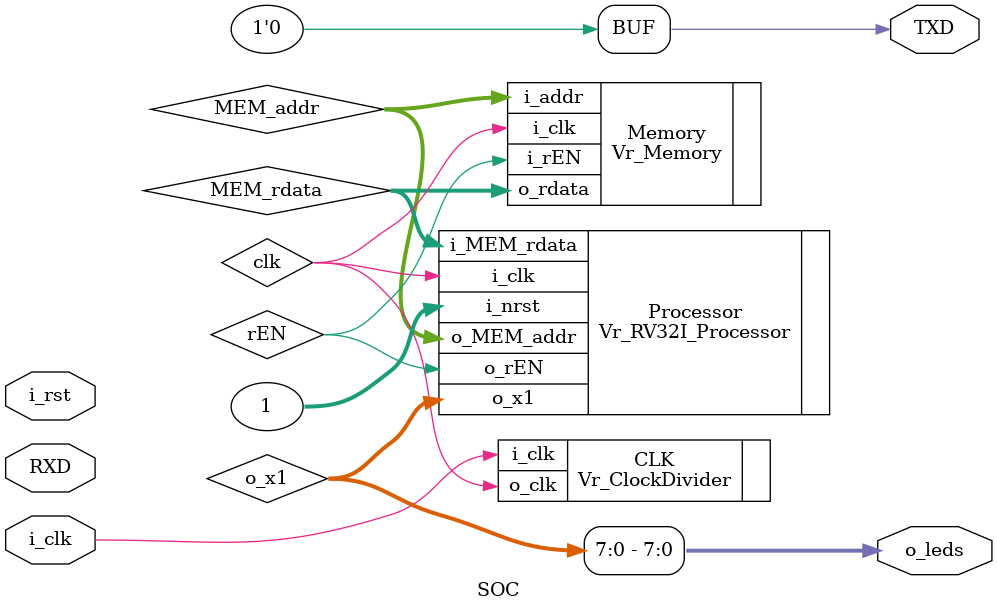
<source format=v>
`include "Vr_CLockDivider.v"
`include "Vr_Memory.v"
`include "Vr_RV32I_Processor.v"


module SOC #(parameter N = 32, M = 5, LEDS = 8) (
    input  i_clk,        
    input  i_rst,      
    output [LEDS-1:0] o_leds, 
    input  RXD,        
    output TXD         
);

    // Processor 
    Vr_RV32I_Processor Processor (
        .i_clk(clk),
        .i_MEM_rdata(MEM_rdata),
        .o_MEM_addr(MEM_addr),
        .o_rEN(rEN),
        .o_x1(o_x1),
        .i_nrst(1)
    );

    //
    wire rEN;
    wire [31:0] MEM_rdata, MEM_addr, o_x1;
    //

    // RAM
    Vr_Memory Memory (
        .i_addr(MEM_addr),
        .i_clk(clk),
        .i_rEN(rEN),
        .o_rdata(MEM_rdata)
    );

    // ClockDivider
    wire clk;

    Vr_ClockDivider #(.DIV(22)) CLK (
        .o_clk(clk),
        .i_clk(i_clk)
        //.i_rst(rst),
        //.o_nrst(nrst)
    );

    // Leds
    assign o_leds = o_x1[LEDS-1:0];

    assign TXD  = 1'b0; // not used for now

endmodule
</source>
